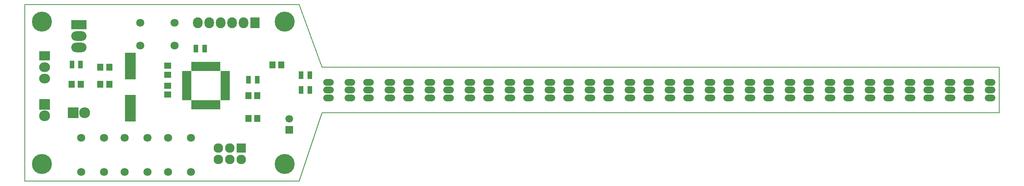
<source format=gts>
G04 #@! TF.FileFunction,Soldermask,Top*
%FSLAX46Y46*%
G04 Gerber Fmt 4.6, Leading zero omitted, Abs format (unit mm)*
G04 Created by KiCad (PCBNEW 0.201509111501+6183~30~ubuntu14.04.1-product) date Sun 13 Sep 2015 08:24:29 PM CDT*
%MOMM*%
G01*
G04 APERTURE LIST*
%ADD10C,0.100000*%
%ADD11C,0.150000*%
%ADD12C,4.464000*%
%ADD13C,1.700000*%
%ADD14R,1.700000X1.700000*%
%ADD15R,1.650000X1.400000*%
%ADD16R,1.400000X1.650000*%
%ADD17R,2.127200X2.127200*%
%ADD18O,2.127200X2.127200*%
%ADD19O,2.400000X1.500000*%
%ADD20R,2.432000X2.432000*%
%ADD21O,2.432000X2.432000*%
%ADD22R,2.432000X2.127200*%
%ADD23O,2.432000X2.127200*%
%ADD24R,2.127200X2.432000*%
%ADD25O,2.127200X2.432000*%
%ADD26R,1.100000X1.700000*%
%ADD27C,1.797000*%
%ADD28R,2.398980X5.899100*%
%ADD29R,2.000000X0.950000*%
%ADD30R,0.950000X2.000000*%
%ADD31R,3.400000X2.127200*%
%ADD32O,3.400000X2.127200*%
G04 APERTURE END LIST*
D10*
D11*
X97155000Y-105410000D02*
X92075000Y-120650000D01*
X97155000Y-95250000D02*
X92075000Y-81280000D01*
X247650000Y-105410000D02*
X97155000Y-105410000D01*
X247650000Y-95250000D02*
X247650000Y-105410000D01*
X97155000Y-95250000D02*
X247650000Y-95250000D01*
X31115000Y-120650000D02*
X31115000Y-81290000D01*
X92075000Y-120650000D02*
X31115000Y-120650000D01*
X31115000Y-81280000D02*
X92075000Y-81280000D01*
D12*
X88900000Y-85090000D03*
X88900000Y-116840000D03*
X34925000Y-116840000D03*
D13*
X89916000Y-106720000D03*
D14*
X89916000Y-109220000D03*
D15*
X62865000Y-96885000D03*
X62865000Y-94885000D03*
X62865000Y-101330000D03*
X62865000Y-99330000D03*
D16*
X80788000Y-106680000D03*
X82788000Y-106680000D03*
X47895000Y-95250000D03*
X49895000Y-95250000D03*
X47895000Y-99060000D03*
X49895000Y-99060000D03*
X86122000Y-94742000D03*
X88122000Y-94742000D03*
X41545000Y-99060000D03*
X43545000Y-99060000D03*
D17*
X79248000Y-113284000D03*
D18*
X79248000Y-115824000D03*
X76708000Y-113284000D03*
X76708000Y-115824000D03*
X74168000Y-113284000D03*
X74168000Y-115824000D03*
D19*
X98565000Y-98630000D03*
X98565000Y-100330000D03*
X98565000Y-102030000D03*
X103365000Y-102030000D03*
X103365000Y-100330000D03*
X103365000Y-98630000D03*
X107455000Y-98630000D03*
X107455000Y-100330000D03*
X107455000Y-102030000D03*
X112255000Y-102030000D03*
X112255000Y-100330000D03*
X112255000Y-98630000D03*
X116345000Y-98630000D03*
X116345000Y-100330000D03*
X116345000Y-102030000D03*
X121145000Y-102030000D03*
X121145000Y-100330000D03*
X121145000Y-98630000D03*
X125235000Y-98630000D03*
X125235000Y-100330000D03*
X125235000Y-102030000D03*
X130035000Y-102030000D03*
X130035000Y-100330000D03*
X130035000Y-98630000D03*
X134125000Y-98630000D03*
X134125000Y-100330000D03*
X134125000Y-102030000D03*
X138925000Y-102030000D03*
X138925000Y-100330000D03*
X138925000Y-98630000D03*
X143015000Y-98630000D03*
X143015000Y-100330000D03*
X143015000Y-102030000D03*
X147815000Y-102030000D03*
X147815000Y-100330000D03*
X147815000Y-98630000D03*
X151905000Y-98630000D03*
X151905000Y-100330000D03*
X151905000Y-102030000D03*
X156705000Y-102030000D03*
X156705000Y-100330000D03*
X156705000Y-98630000D03*
X160795000Y-98630000D03*
X160795000Y-100330000D03*
X160795000Y-102030000D03*
X165595000Y-102030000D03*
X165595000Y-100330000D03*
X165595000Y-98630000D03*
X169685000Y-98630000D03*
X169685000Y-100330000D03*
X169685000Y-102030000D03*
X174485000Y-102030000D03*
X174485000Y-100330000D03*
X174485000Y-98630000D03*
X178575000Y-98630000D03*
X178575000Y-100330000D03*
X178575000Y-102030000D03*
X183375000Y-102030000D03*
X183375000Y-100330000D03*
X183375000Y-98630000D03*
X187465000Y-98630000D03*
X187465000Y-100330000D03*
X187465000Y-102030000D03*
X192265000Y-102030000D03*
X192265000Y-100330000D03*
X192265000Y-98630000D03*
X196355000Y-98630000D03*
X196355000Y-100330000D03*
X196355000Y-102030000D03*
X201155000Y-102030000D03*
X201155000Y-100330000D03*
X201155000Y-98630000D03*
X205245000Y-98630000D03*
X205245000Y-100330000D03*
X205245000Y-102030000D03*
X210045000Y-102030000D03*
X210045000Y-100330000D03*
X210045000Y-98630000D03*
X214135000Y-98630000D03*
X214135000Y-100330000D03*
X214135000Y-102030000D03*
X218935000Y-102030000D03*
X218935000Y-100330000D03*
X218935000Y-98630000D03*
X223025000Y-98630000D03*
X223025000Y-100330000D03*
X223025000Y-102030000D03*
X227825000Y-102030000D03*
X227825000Y-100330000D03*
X227825000Y-98630000D03*
X231915000Y-98630000D03*
X231915000Y-100330000D03*
X231915000Y-102030000D03*
X236715000Y-102030000D03*
X236715000Y-100330000D03*
X236715000Y-98630000D03*
X240805000Y-98630000D03*
X240805000Y-100330000D03*
X240805000Y-102030000D03*
X245605000Y-102030000D03*
X245605000Y-100330000D03*
X245605000Y-98630000D03*
D20*
X35560000Y-103505000D03*
D21*
X35560000Y-106045000D03*
D20*
X41910000Y-105410000D03*
D21*
X44450000Y-105410000D03*
D22*
X35560000Y-92710000D03*
D23*
X35560000Y-95250000D03*
X35560000Y-97790000D03*
D24*
X82296000Y-85344000D03*
D25*
X79756000Y-85344000D03*
X77216000Y-85344000D03*
X74676000Y-85344000D03*
X72136000Y-85344000D03*
X69596000Y-85344000D03*
D26*
X94422000Y-97028000D03*
X92522000Y-97028000D03*
X94422000Y-100330000D03*
X92522000Y-100330000D03*
X69154000Y-91059000D03*
X71054000Y-91059000D03*
X82738000Y-98044000D03*
X80838000Y-98044000D03*
X41595000Y-94615000D03*
X43495000Y-94615000D03*
D27*
X43688000Y-110998000D03*
X48768000Y-110998000D03*
X43688000Y-118618000D03*
X48768000Y-118618000D03*
X53340000Y-110998000D03*
X58420000Y-110998000D03*
X53340000Y-118618000D03*
X58420000Y-118618000D03*
X62992000Y-110998000D03*
X68072000Y-110998000D03*
X62992000Y-118618000D03*
X68072000Y-118618000D03*
X56769000Y-90424000D03*
X56769000Y-85344000D03*
X64389000Y-90424000D03*
X64389000Y-85344000D03*
D28*
X54610000Y-94996000D03*
X54610000Y-104394000D03*
D29*
X67124000Y-96514000D03*
X67124000Y-97314000D03*
X67124000Y-98114000D03*
X67124000Y-98914000D03*
X67124000Y-99714000D03*
X67124000Y-100514000D03*
X67124000Y-101314000D03*
X67124000Y-102114000D03*
D30*
X68574000Y-103564000D03*
X69374000Y-103564000D03*
X70174000Y-103564000D03*
X70974000Y-103564000D03*
X71774000Y-103564000D03*
X72574000Y-103564000D03*
X73374000Y-103564000D03*
X74174000Y-103564000D03*
D29*
X75624000Y-102114000D03*
X75624000Y-101314000D03*
X75624000Y-100514000D03*
X75624000Y-99714000D03*
X75624000Y-98914000D03*
X75624000Y-98114000D03*
X75624000Y-97314000D03*
X75624000Y-96514000D03*
D30*
X74174000Y-95064000D03*
X73374000Y-95064000D03*
X72574000Y-95064000D03*
X71774000Y-95064000D03*
X70974000Y-95064000D03*
X70174000Y-95064000D03*
X69374000Y-95064000D03*
X68574000Y-95064000D03*
D16*
X80788000Y-101600000D03*
X82788000Y-101600000D03*
D31*
X43180000Y-85725000D03*
D32*
X43180000Y-88265000D03*
X43180000Y-90805000D03*
D12*
X34925000Y-85090000D03*
M02*

</source>
